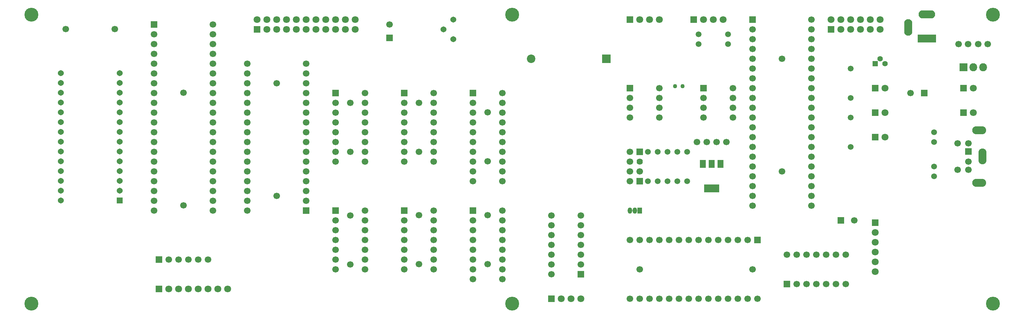
<source format=gbr>
%TF.GenerationSoftware,Novarm,DipTrace,4.3.0.5*%
%TF.CreationDate,2023-08-20T23:12:21+01:00*%
%FSLAX26Y26*%
%MOIN*%
%TF.FileFunction,Soldermask,Top*%
%TF.Part,Single*%
%ADD17C,0.055118*%
%ADD26R,0.066929X0.066929*%
%ADD27C,0.066929*%
%ADD32C,0.066929*%
%ADD52C,0.043307*%
%ADD57R,0.153543X0.082677*%
%ADD59R,0.062992X0.082677*%
%ADD61C,0.06063*%
%ADD63C,0.086614*%
%ADD64R,0.086614X0.086614*%
%ADD66O,0.045276X0.062992*%
%ADD68R,0.045276X0.062992*%
%ADD70O,0.078937X0.082677*%
%ADD72R,0.078937X0.082677*%
%ADD74O,0.082677X0.169291*%
%ADD76O,0.169291X0.082677*%
%ADD78R,0.185039X0.082677*%
%ADD80C,0.070866*%
%ADD81O,0.082677X0.161417*%
%ADD83O,0.141732X0.082677*%
%ADD85C,0.06063*%
%ADD87R,0.06063X0.06063*%
%ADD89C,0.070866*%
%ADD90R,0.070866X0.070866*%
%ADD92R,0.055118X0.055118*%
%ADD94C,0.141732*%
%ADD96C,0.063937*%
%ADD98C,0.059055*%
%ADD100C,0.059055*%
G75*
G01*
%LPD*%
D100*
X6977953Y1743699D3*
D98*
Y2043699D3*
D32*
X8493701Y993699D3*
Y693699D3*
D26*
X8193701D3*
D27*
X8293701D3*
X8393701D3*
D32*
X8593701D3*
X8693701D3*
X8793701D3*
Y993699D3*
X8693701D3*
X8593701D3*
X8393701D3*
X8293701D3*
X8193701D3*
D26*
X3293701Y1443699D3*
D27*
Y1543699D3*
Y1643699D3*
Y1743699D3*
Y1843699D3*
Y1943699D3*
Y2043699D3*
Y2143699D3*
Y2243699D3*
Y2343699D3*
Y2443699D3*
Y2543699D3*
Y2643699D3*
Y2743699D3*
Y2843699D3*
Y2943699D3*
X2693701D3*
Y2843699D3*
Y2743699D3*
Y2643699D3*
Y2543699D3*
Y2443699D3*
Y2343699D3*
Y2243699D3*
Y2143699D3*
Y2043699D3*
Y1943699D3*
Y1843699D3*
Y1743699D3*
Y1643699D3*
Y1543699D3*
Y1443699D3*
D100*
X6877953Y2043699D3*
D98*
Y1743699D3*
D26*
X6693701D3*
D32*
Y1843699D3*
D96*
Y1943699D3*
D26*
Y2043699D3*
D32*
X6593701D3*
Y1943699D3*
Y1843699D3*
Y1743699D3*
D26*
X7843504Y3393503D3*
D27*
Y3293503D3*
Y3193503D3*
Y3093503D3*
Y2993503D3*
Y2893503D3*
Y2793503D3*
Y2693503D3*
Y2593503D3*
Y2493503D3*
Y2393503D3*
Y2293503D3*
Y2193503D3*
Y2093503D3*
Y1993503D3*
Y1893503D3*
Y1793503D3*
Y1693503D3*
Y1593503D3*
Y1493503D3*
X8443504D3*
Y1593503D3*
Y1693503D3*
Y1793503D3*
Y1893503D3*
Y1993503D3*
Y2093503D3*
Y2193503D3*
Y2293503D3*
Y2393503D3*
Y2493503D3*
Y2593503D3*
Y2693503D3*
Y2793503D3*
Y2893503D3*
Y2993503D3*
Y3093503D3*
Y3193503D3*
Y3293503D3*
Y3393503D3*
D26*
X9593701Y2643699D3*
D32*
X9455906D3*
D26*
X4143701Y3205904D3*
D32*
Y3343699D3*
D94*
X5393701Y493699D3*
D92*
X9093701Y2943699D3*
D17*
X9143701Y2993699D3*
X9193701Y2943699D3*
D32*
X7277953Y2143699D3*
X7376378D3*
D94*
X493701Y493699D3*
D90*
X7244094Y3393699D3*
D89*
X7344094D3*
X7444094D3*
X7544094D3*
D90*
X2793701Y3293699D3*
D89*
Y3393699D3*
X2893701Y3293699D3*
Y3393699D3*
X2993701Y3293699D3*
Y3393699D3*
X3093701Y3293699D3*
Y3393699D3*
X3193701Y3293699D3*
Y3393699D3*
X3293701Y3293699D3*
Y3393699D3*
X3393701Y3293699D3*
Y3393699D3*
X3493701Y3293699D3*
Y3393699D3*
X3593701Y3293699D3*
Y3393699D3*
X3693701Y3293699D3*
Y3393699D3*
X3793701Y3293699D3*
Y3393699D3*
D26*
X6594094Y2693306D3*
D27*
Y2593306D3*
Y2493306D3*
Y2393306D3*
X6894094D3*
Y2493306D3*
Y2593306D3*
Y2693306D3*
D32*
X3743701Y1393699D3*
Y893699D3*
D26*
X1743504Y3343699D3*
D27*
Y3243699D3*
Y3143699D3*
Y3043699D3*
Y2943699D3*
Y2843699D3*
Y2743699D3*
Y2643699D3*
Y2543699D3*
Y2443699D3*
Y2343699D3*
Y2243699D3*
Y2143699D3*
Y2043699D3*
Y1943699D3*
Y1843699D3*
Y1743699D3*
Y1643699D3*
Y1543699D3*
Y1443699D3*
X2343504D3*
Y1543699D3*
Y1643699D3*
Y1743699D3*
Y1843699D3*
Y1943699D3*
Y2043699D3*
Y2143699D3*
Y2243699D3*
Y2343699D3*
Y2443699D3*
Y2543699D3*
Y2643699D3*
Y2743699D3*
Y2843699D3*
Y2943699D3*
Y3043699D3*
Y3143699D3*
Y3243699D3*
Y3343699D3*
D26*
X8743701Y1343699D3*
D32*
X8881496D3*
D100*
X7593701Y3243701D3*
D98*
X7293701D3*
D32*
X6693701Y843699D3*
X7843701D3*
D100*
X7077953Y2043699D3*
D98*
Y1743699D3*
D32*
X7477953Y2143699D3*
X7576378D3*
D26*
X3593701Y1443699D3*
D27*
Y1343699D3*
Y1243699D3*
Y1143699D3*
Y1043699D3*
Y943699D3*
Y843699D3*
X3893701D3*
Y943699D3*
Y1043699D3*
Y1143699D3*
Y1243699D3*
Y1343699D3*
Y1443699D3*
D94*
X10293701Y3443699D3*
D100*
X8843701Y2893699D3*
D98*
Y2593699D3*
D100*
X9693701Y2243699D3*
D98*
Y2143699D3*
D87*
X1393701Y1544093D3*
D85*
Y1644093D3*
Y1744093D3*
Y1844093D3*
Y1944093D3*
Y2044093D3*
Y2144093D3*
Y2244093D3*
Y2344093D3*
Y2444093D3*
Y2544093D3*
Y2644093D3*
Y2744093D3*
Y2844093D3*
X793701D3*
Y2744093D3*
Y2644093D3*
Y2544093D3*
Y2444093D3*
Y2344093D3*
Y2244093D3*
Y2144093D3*
Y2044093D3*
Y1944093D3*
Y1844093D3*
Y1744093D3*
Y1644093D3*
Y1544093D3*
D32*
X5793701Y1093699D3*
X6093701D3*
D26*
Y793699D3*
D27*
Y893699D3*
Y993699D3*
D32*
Y1193699D3*
Y1293699D3*
Y1393699D3*
X5793701D3*
Y1293699D3*
Y1193699D3*
Y993699D3*
Y893699D3*
Y793699D3*
D90*
X9093701Y2193699D3*
D89*
X9193701D3*
D26*
X10043701Y2045274D3*
D32*
Y1942912D3*
Y2127951D3*
Y1860235D3*
X9933465Y2127951D3*
Y1860235D3*
D83*
X10155906Y1724408D3*
D81*
X10187402Y1994093D3*
D83*
X10155906Y2263778D3*
D100*
X8843701Y2393699D3*
D98*
Y2093699D3*
D100*
X6777953Y2043699D3*
D98*
Y1743699D3*
D32*
X2043701Y2643896D3*
Y1493896D3*
D90*
X8643701Y3293503D3*
D89*
Y3393503D3*
X8743701Y3293503D3*
Y3393503D3*
X8843701Y3293503D3*
Y3393503D3*
X8943701Y3293503D3*
Y3393503D3*
X9043701Y3293503D3*
Y3393503D3*
X9143701Y3293503D3*
Y3393503D3*
D94*
X493701Y3443699D3*
D90*
X9093701Y1318699D3*
D80*
Y1218699D3*
Y1118699D3*
Y1018699D3*
Y918699D3*
Y818699D3*
D32*
X9943701Y3143701D3*
X10042126D3*
D78*
X9619291Y3198130D3*
D76*
Y3446161D3*
D74*
X9430315Y3312303D3*
D32*
X4444094Y1393896D3*
Y893896D3*
D72*
X9993701Y2906495D3*
D70*
X10093701D3*
X10193701D3*
D32*
X5144094Y1393896D3*
Y893896D3*
D26*
X4293701Y1443699D3*
D27*
Y1343699D3*
Y1243699D3*
Y1143699D3*
Y1043699D3*
Y943699D3*
Y843699D3*
X4593701D3*
Y943699D3*
Y1043699D3*
Y1143699D3*
Y1243699D3*
Y1343699D3*
Y1443699D3*
D68*
X6693701Y1443701D3*
D66*
X6643701D3*
X6593701D3*
D100*
X9693701Y1893699D3*
D98*
Y1793699D3*
D32*
X3743701Y2543306D3*
Y2043306D3*
D90*
X9093701Y2443699D3*
D89*
X9193701D3*
D26*
X4293701Y2643699D3*
D27*
Y2543699D3*
Y2443699D3*
Y2343699D3*
Y2243699D3*
Y2143699D3*
Y2043699D3*
Y1943699D3*
X4593701D3*
Y2043699D3*
Y2143699D3*
Y2243699D3*
Y2343699D3*
Y2443699D3*
Y2543699D3*
Y2643699D3*
D64*
X6354331Y2993701D3*
D63*
X5586614D3*
D94*
X10293701Y493699D3*
D100*
X7177953Y2043699D3*
D98*
Y1743699D3*
D26*
X4993701Y2643701D3*
D27*
Y2543701D3*
Y2443701D3*
Y2343701D3*
Y2243701D3*
Y2143701D3*
Y2043701D3*
Y1943701D3*
Y1843701D3*
Y1743701D3*
X5293701D3*
Y1843701D3*
Y1943701D3*
Y2043701D3*
Y2143701D3*
Y2243701D3*
Y2343701D3*
Y2443701D3*
Y2543701D3*
Y2643701D3*
D90*
X1793110Y643699D3*
D89*
X1893110D3*
X1993110D3*
X2093110D3*
X2193110D3*
X2293110D3*
X2393110D3*
X2493110D3*
D90*
X9993701Y2693699D3*
D89*
X10093701D3*
D26*
X7344094Y2693306D3*
D27*
Y2593306D3*
Y2493306D3*
Y2393306D3*
X7644094D3*
Y2493306D3*
Y2593306D3*
Y2693306D3*
D32*
X8143701Y1843699D3*
Y2993699D3*
D26*
X4993701Y1443701D3*
D27*
Y1343701D3*
Y1243701D3*
Y1143701D3*
Y1043701D3*
Y943701D3*
Y843701D3*
Y743701D3*
X5293701D3*
Y843701D3*
Y943701D3*
Y1043701D3*
Y1143701D3*
Y1243701D3*
Y1343701D3*
Y1443701D3*
D90*
X6593701Y3393699D3*
D89*
X6693701D3*
X6793701D3*
X6893701D3*
D32*
X5143307Y2443896D3*
Y1943896D3*
D90*
X9993701Y2443699D3*
D89*
X10093701D3*
D26*
X3593701Y2643699D3*
D27*
Y2543699D3*
Y2443699D3*
Y2343699D3*
Y2243699D3*
Y2143699D3*
Y2043699D3*
Y1943699D3*
X3893701D3*
Y2043699D3*
Y2143699D3*
Y2243699D3*
Y2343699D3*
Y2443699D3*
Y2543699D3*
Y2643699D3*
D32*
X844488Y3294093D3*
X1344488D3*
D61*
X4793898Y3193306D3*
X4693898Y3293306D3*
X4793898Y3393306D3*
D90*
X5793701Y543699D3*
D89*
X5893701D3*
X5993701D3*
X6093701D3*
D100*
X7593701Y3143701D3*
D98*
X7293701D3*
D52*
X7055906Y2711022D3*
X7130709D3*
D26*
X7893701Y1143699D3*
D27*
X7793701D3*
X7693701D3*
X7593701D3*
X7493701D3*
X7393701D3*
X7293701D3*
X7193701D3*
X7093701D3*
X6993701D3*
X6893701D3*
X6793701D3*
X6693701D3*
X6593701D3*
Y543699D3*
X6693701D3*
X6793701D3*
X6893701D3*
X6993701D3*
X7093701D3*
X7193701D3*
X7293701D3*
X7393701D3*
X7493701D3*
X7593701D3*
X7693701D3*
X7793701D3*
X7893701D3*
D59*
X7518504Y1917715D3*
X7427953D3*
D57*
Y1669684D3*
D59*
X7337402Y1917715D3*
D26*
X1793701Y943699D3*
D27*
X1893701D3*
X1993701D3*
X2093701D3*
X2193701D3*
X2293701D3*
D32*
X10143701Y3143701D3*
X10242126D3*
X4443701Y2543699D3*
Y2043699D3*
X2993504Y1593699D3*
Y2743699D3*
D94*
X5393701Y3443699D3*
D90*
X9093701Y2693699D3*
D89*
X9193701D3*
M02*

</source>
